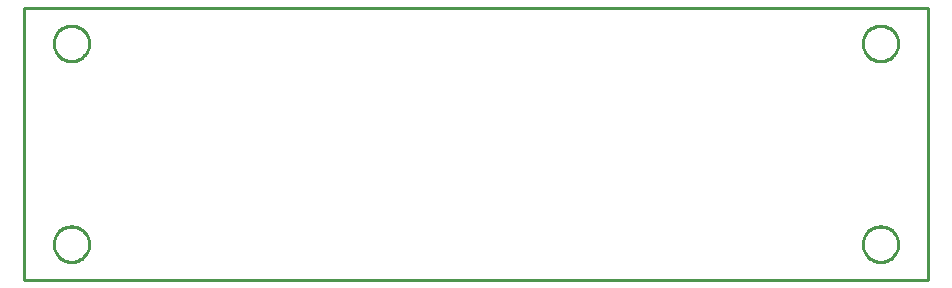
<source format=gbr>
G04 EAGLE Gerber RS-274X export*
G75*
%MOMM*%
%FSLAX34Y34*%
%LPD*%
%IN*%
%IPPOS*%
%AMOC8*
5,1,8,0,0,1.08239X$1,22.5*%
G01*
%ADD10C,0.254000*%


D10*
X0Y0D02*
X765000Y0D01*
X765000Y230000D01*
X0Y230000D01*
X0Y0D01*
X55000Y29464D02*
X54924Y28396D01*
X54771Y27335D01*
X54543Y26288D01*
X54241Y25260D01*
X53867Y24256D01*
X53422Y23281D01*
X52908Y22341D01*
X52329Y21440D01*
X51687Y20582D01*
X50985Y19772D01*
X50228Y19015D01*
X49418Y18313D01*
X48560Y17671D01*
X47659Y17092D01*
X46719Y16578D01*
X45744Y16133D01*
X44740Y15759D01*
X43712Y15457D01*
X42665Y15229D01*
X41604Y15076D01*
X40536Y15000D01*
X39464Y15000D01*
X38396Y15076D01*
X37335Y15229D01*
X36288Y15457D01*
X35260Y15759D01*
X34256Y16133D01*
X33281Y16578D01*
X32341Y17092D01*
X31440Y17671D01*
X30582Y18313D01*
X29772Y19015D01*
X29015Y19772D01*
X28313Y20582D01*
X27671Y21440D01*
X27092Y22341D01*
X26578Y23281D01*
X26133Y24256D01*
X25759Y25260D01*
X25457Y26288D01*
X25229Y27335D01*
X25076Y28396D01*
X25000Y29464D01*
X25000Y30536D01*
X25076Y31604D01*
X25229Y32665D01*
X25457Y33712D01*
X25759Y34740D01*
X26133Y35744D01*
X26578Y36719D01*
X27092Y37659D01*
X27671Y38560D01*
X28313Y39418D01*
X29015Y40228D01*
X29772Y40985D01*
X30582Y41687D01*
X31440Y42329D01*
X32341Y42908D01*
X33281Y43422D01*
X34256Y43867D01*
X35260Y44241D01*
X36288Y44543D01*
X37335Y44771D01*
X38396Y44924D01*
X39464Y45000D01*
X40536Y45000D01*
X41604Y44924D01*
X42665Y44771D01*
X43712Y44543D01*
X44740Y44241D01*
X45744Y43867D01*
X46719Y43422D01*
X47659Y42908D01*
X48560Y42329D01*
X49418Y41687D01*
X50228Y40985D01*
X50985Y40228D01*
X51687Y39418D01*
X52329Y38560D01*
X52908Y37659D01*
X53422Y36719D01*
X53867Y35744D01*
X54241Y34740D01*
X54543Y33712D01*
X54771Y32665D01*
X54924Y31604D01*
X55000Y30536D01*
X55000Y29464D01*
X55000Y199464D02*
X54924Y198396D01*
X54771Y197335D01*
X54543Y196288D01*
X54241Y195260D01*
X53867Y194256D01*
X53422Y193281D01*
X52908Y192341D01*
X52329Y191440D01*
X51687Y190582D01*
X50985Y189772D01*
X50228Y189015D01*
X49418Y188313D01*
X48560Y187671D01*
X47659Y187092D01*
X46719Y186578D01*
X45744Y186133D01*
X44740Y185759D01*
X43712Y185457D01*
X42665Y185229D01*
X41604Y185076D01*
X40536Y185000D01*
X39464Y185000D01*
X38396Y185076D01*
X37335Y185229D01*
X36288Y185457D01*
X35260Y185759D01*
X34256Y186133D01*
X33281Y186578D01*
X32341Y187092D01*
X31440Y187671D01*
X30582Y188313D01*
X29772Y189015D01*
X29015Y189772D01*
X28313Y190582D01*
X27671Y191440D01*
X27092Y192341D01*
X26578Y193281D01*
X26133Y194256D01*
X25759Y195260D01*
X25457Y196288D01*
X25229Y197335D01*
X25076Y198396D01*
X25000Y199464D01*
X25000Y200536D01*
X25076Y201604D01*
X25229Y202665D01*
X25457Y203712D01*
X25759Y204740D01*
X26133Y205744D01*
X26578Y206719D01*
X27092Y207659D01*
X27671Y208560D01*
X28313Y209418D01*
X29015Y210228D01*
X29772Y210985D01*
X30582Y211687D01*
X31440Y212329D01*
X32341Y212908D01*
X33281Y213422D01*
X34256Y213867D01*
X35260Y214241D01*
X36288Y214543D01*
X37335Y214771D01*
X38396Y214924D01*
X39464Y215000D01*
X40536Y215000D01*
X41604Y214924D01*
X42665Y214771D01*
X43712Y214543D01*
X44740Y214241D01*
X45744Y213867D01*
X46719Y213422D01*
X47659Y212908D01*
X48560Y212329D01*
X49418Y211687D01*
X50228Y210985D01*
X50985Y210228D01*
X51687Y209418D01*
X52329Y208560D01*
X52908Y207659D01*
X53422Y206719D01*
X53867Y205744D01*
X54241Y204740D01*
X54543Y203712D01*
X54771Y202665D01*
X54924Y201604D01*
X55000Y200536D01*
X55000Y199464D01*
X740000Y199464D02*
X739924Y198396D01*
X739771Y197335D01*
X739543Y196288D01*
X739241Y195260D01*
X738867Y194256D01*
X738422Y193281D01*
X737908Y192341D01*
X737329Y191440D01*
X736687Y190582D01*
X735985Y189772D01*
X735228Y189015D01*
X734418Y188313D01*
X733560Y187671D01*
X732659Y187092D01*
X731719Y186578D01*
X730744Y186133D01*
X729740Y185759D01*
X728712Y185457D01*
X727665Y185229D01*
X726604Y185076D01*
X725536Y185000D01*
X724464Y185000D01*
X723396Y185076D01*
X722335Y185229D01*
X721288Y185457D01*
X720260Y185759D01*
X719256Y186133D01*
X718281Y186578D01*
X717341Y187092D01*
X716440Y187671D01*
X715582Y188313D01*
X714772Y189015D01*
X714015Y189772D01*
X713313Y190582D01*
X712671Y191440D01*
X712092Y192341D01*
X711578Y193281D01*
X711133Y194256D01*
X710759Y195260D01*
X710457Y196288D01*
X710229Y197335D01*
X710076Y198396D01*
X710000Y199464D01*
X710000Y200536D01*
X710076Y201604D01*
X710229Y202665D01*
X710457Y203712D01*
X710759Y204740D01*
X711133Y205744D01*
X711578Y206719D01*
X712092Y207659D01*
X712671Y208560D01*
X713313Y209418D01*
X714015Y210228D01*
X714772Y210985D01*
X715582Y211687D01*
X716440Y212329D01*
X717341Y212908D01*
X718281Y213422D01*
X719256Y213867D01*
X720260Y214241D01*
X721288Y214543D01*
X722335Y214771D01*
X723396Y214924D01*
X724464Y215000D01*
X725536Y215000D01*
X726604Y214924D01*
X727665Y214771D01*
X728712Y214543D01*
X729740Y214241D01*
X730744Y213867D01*
X731719Y213422D01*
X732659Y212908D01*
X733560Y212329D01*
X734418Y211687D01*
X735228Y210985D01*
X735985Y210228D01*
X736687Y209418D01*
X737329Y208560D01*
X737908Y207659D01*
X738422Y206719D01*
X738867Y205744D01*
X739241Y204740D01*
X739543Y203712D01*
X739771Y202665D01*
X739924Y201604D01*
X740000Y200536D01*
X740000Y199464D01*
X740000Y29464D02*
X739924Y28396D01*
X739771Y27335D01*
X739543Y26288D01*
X739241Y25260D01*
X738867Y24256D01*
X738422Y23281D01*
X737908Y22341D01*
X737329Y21440D01*
X736687Y20582D01*
X735985Y19772D01*
X735228Y19015D01*
X734418Y18313D01*
X733560Y17671D01*
X732659Y17092D01*
X731719Y16578D01*
X730744Y16133D01*
X729740Y15759D01*
X728712Y15457D01*
X727665Y15229D01*
X726604Y15076D01*
X725536Y15000D01*
X724464Y15000D01*
X723396Y15076D01*
X722335Y15229D01*
X721288Y15457D01*
X720260Y15759D01*
X719256Y16133D01*
X718281Y16578D01*
X717341Y17092D01*
X716440Y17671D01*
X715582Y18313D01*
X714772Y19015D01*
X714015Y19772D01*
X713313Y20582D01*
X712671Y21440D01*
X712092Y22341D01*
X711578Y23281D01*
X711133Y24256D01*
X710759Y25260D01*
X710457Y26288D01*
X710229Y27335D01*
X710076Y28396D01*
X710000Y29464D01*
X710000Y30536D01*
X710076Y31604D01*
X710229Y32665D01*
X710457Y33712D01*
X710759Y34740D01*
X711133Y35744D01*
X711578Y36719D01*
X712092Y37659D01*
X712671Y38560D01*
X713313Y39418D01*
X714015Y40228D01*
X714772Y40985D01*
X715582Y41687D01*
X716440Y42329D01*
X717341Y42908D01*
X718281Y43422D01*
X719256Y43867D01*
X720260Y44241D01*
X721288Y44543D01*
X722335Y44771D01*
X723396Y44924D01*
X724464Y45000D01*
X725536Y45000D01*
X726604Y44924D01*
X727665Y44771D01*
X728712Y44543D01*
X729740Y44241D01*
X730744Y43867D01*
X731719Y43422D01*
X732659Y42908D01*
X733560Y42329D01*
X734418Y41687D01*
X735228Y40985D01*
X735985Y40228D01*
X736687Y39418D01*
X737329Y38560D01*
X737908Y37659D01*
X738422Y36719D01*
X738867Y35744D01*
X739241Y34740D01*
X739543Y33712D01*
X739771Y32665D01*
X739924Y31604D01*
X740000Y30536D01*
X740000Y29464D01*
M02*

</source>
